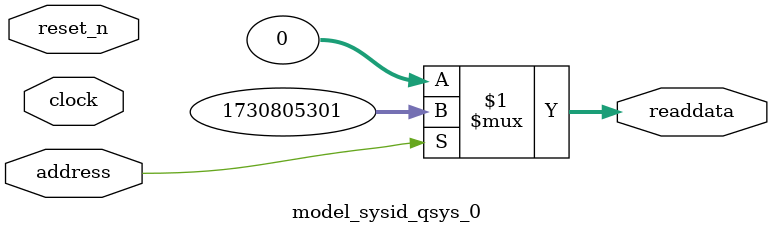
<source format=v>



// synthesis translate_off
`timescale 1ns / 1ps
// synthesis translate_on

// turn off superfluous verilog processor warnings 
// altera message_level Level1 
// altera message_off 10034 10035 10036 10037 10230 10240 10030 

module model_sysid_qsys_0 (
               // inputs:
                address,
                clock,
                reset_n,

               // outputs:
                readdata
             )
;

  output  [ 31: 0] readdata;
  input            address;
  input            clock;
  input            reset_n;

  wire    [ 31: 0] readdata;
  //control_slave, which is an e_avalon_slave
  assign readdata = address ? 1730805301 : 0;

endmodule



</source>
